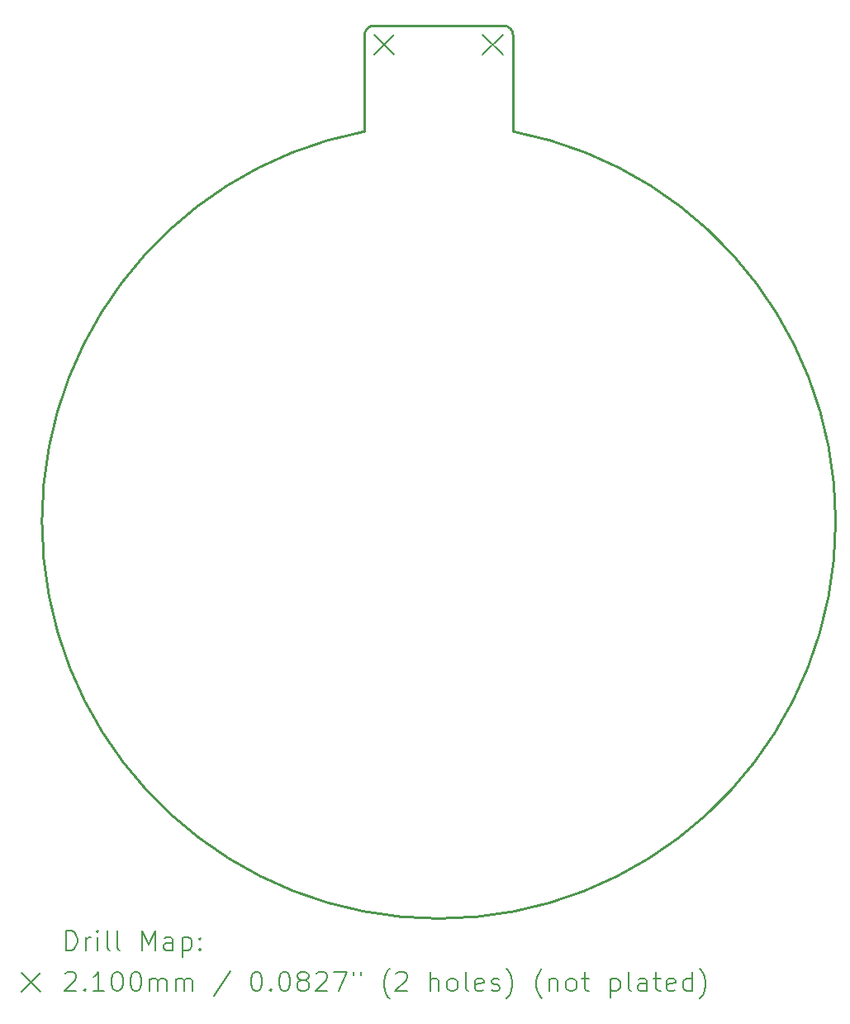
<source format=gbr>
%TF.GenerationSoftware,KiCad,Pcbnew,8.0.6*%
%TF.CreationDate,2024-11-26T17:38:30-05:00*%
%TF.ProjectId,Christmas Ornament 2024,43687269-7374-46d6-9173-204f726e616d,rev?*%
%TF.SameCoordinates,Original*%
%TF.FileFunction,Drillmap*%
%TF.FilePolarity,Positive*%
%FSLAX45Y45*%
G04 Gerber Fmt 4.5, Leading zero omitted, Abs format (unit mm)*
G04 Created by KiCad (PCBNEW 8.0.6) date 2024-11-26 17:38:30*
%MOMM*%
%LPD*%
G01*
G04 APERTURE LIST*
%ADD10C,0.254000*%
%ADD11C,0.200000*%
%ADD12C,0.210000*%
G04 APERTURE END LIST*
D10*
X13462129Y-5179871D02*
X13463405Y-6164848D01*
X13362129Y-5080000D02*
G75*
G02*
X13462130Y-5179871I1J-100000D01*
G01*
X11938000Y-5180000D02*
G75*
G02*
X12038000Y-5080000I100000J0D01*
G01*
X11938000Y-6164580D02*
X11938000Y-5180000D01*
X13463405Y-6164848D02*
G75*
G02*
X11938000Y-6164580I-763405J-3995152D01*
G01*
X12038000Y-5080000D02*
X13362129Y-5080000D01*
D11*
D12*
X12035000Y-5170000D02*
X12245000Y-5380000D01*
X12245000Y-5170000D02*
X12035000Y-5380000D01*
X13145000Y-5170000D02*
X13355000Y-5380000D01*
X13355000Y-5170000D02*
X13145000Y-5380000D01*
D11*
X8880642Y-14551618D02*
X8880642Y-14351618D01*
X8880642Y-14351618D02*
X8928261Y-14351618D01*
X8928261Y-14351618D02*
X8956833Y-14361142D01*
X8956833Y-14361142D02*
X8975880Y-14380190D01*
X8975880Y-14380190D02*
X8985404Y-14399237D01*
X8985404Y-14399237D02*
X8994928Y-14437332D01*
X8994928Y-14437332D02*
X8994928Y-14465904D01*
X8994928Y-14465904D02*
X8985404Y-14503999D01*
X8985404Y-14503999D02*
X8975880Y-14523047D01*
X8975880Y-14523047D02*
X8956833Y-14542094D01*
X8956833Y-14542094D02*
X8928261Y-14551618D01*
X8928261Y-14551618D02*
X8880642Y-14551618D01*
X9080642Y-14551618D02*
X9080642Y-14418285D01*
X9080642Y-14456380D02*
X9090166Y-14437332D01*
X9090166Y-14437332D02*
X9099690Y-14427809D01*
X9099690Y-14427809D02*
X9118737Y-14418285D01*
X9118737Y-14418285D02*
X9137785Y-14418285D01*
X9204452Y-14551618D02*
X9204452Y-14418285D01*
X9204452Y-14351618D02*
X9194928Y-14361142D01*
X9194928Y-14361142D02*
X9204452Y-14370666D01*
X9204452Y-14370666D02*
X9213976Y-14361142D01*
X9213976Y-14361142D02*
X9204452Y-14351618D01*
X9204452Y-14351618D02*
X9204452Y-14370666D01*
X9328261Y-14551618D02*
X9309214Y-14542094D01*
X9309214Y-14542094D02*
X9299690Y-14523047D01*
X9299690Y-14523047D02*
X9299690Y-14351618D01*
X9433023Y-14551618D02*
X9413976Y-14542094D01*
X9413976Y-14542094D02*
X9404452Y-14523047D01*
X9404452Y-14523047D02*
X9404452Y-14351618D01*
X9661595Y-14551618D02*
X9661595Y-14351618D01*
X9661595Y-14351618D02*
X9728261Y-14494475D01*
X9728261Y-14494475D02*
X9794928Y-14351618D01*
X9794928Y-14351618D02*
X9794928Y-14551618D01*
X9975880Y-14551618D02*
X9975880Y-14446856D01*
X9975880Y-14446856D02*
X9966357Y-14427809D01*
X9966357Y-14427809D02*
X9947309Y-14418285D01*
X9947309Y-14418285D02*
X9909214Y-14418285D01*
X9909214Y-14418285D02*
X9890166Y-14427809D01*
X9975880Y-14542094D02*
X9956833Y-14551618D01*
X9956833Y-14551618D02*
X9909214Y-14551618D01*
X9909214Y-14551618D02*
X9890166Y-14542094D01*
X9890166Y-14542094D02*
X9880642Y-14523047D01*
X9880642Y-14523047D02*
X9880642Y-14503999D01*
X9880642Y-14503999D02*
X9890166Y-14484951D01*
X9890166Y-14484951D02*
X9909214Y-14475428D01*
X9909214Y-14475428D02*
X9956833Y-14475428D01*
X9956833Y-14475428D02*
X9975880Y-14465904D01*
X10071118Y-14418285D02*
X10071118Y-14618285D01*
X10071118Y-14427809D02*
X10090166Y-14418285D01*
X10090166Y-14418285D02*
X10128261Y-14418285D01*
X10128261Y-14418285D02*
X10147309Y-14427809D01*
X10147309Y-14427809D02*
X10156833Y-14437332D01*
X10156833Y-14437332D02*
X10166357Y-14456380D01*
X10166357Y-14456380D02*
X10166357Y-14513523D01*
X10166357Y-14513523D02*
X10156833Y-14532570D01*
X10156833Y-14532570D02*
X10147309Y-14542094D01*
X10147309Y-14542094D02*
X10128261Y-14551618D01*
X10128261Y-14551618D02*
X10090166Y-14551618D01*
X10090166Y-14551618D02*
X10071118Y-14542094D01*
X10252071Y-14532570D02*
X10261595Y-14542094D01*
X10261595Y-14542094D02*
X10252071Y-14551618D01*
X10252071Y-14551618D02*
X10242547Y-14542094D01*
X10242547Y-14542094D02*
X10252071Y-14532570D01*
X10252071Y-14532570D02*
X10252071Y-14551618D01*
X10252071Y-14427809D02*
X10261595Y-14437332D01*
X10261595Y-14437332D02*
X10252071Y-14446856D01*
X10252071Y-14446856D02*
X10242547Y-14437332D01*
X10242547Y-14437332D02*
X10252071Y-14427809D01*
X10252071Y-14427809D02*
X10252071Y-14446856D01*
X8419865Y-14780134D02*
X8619865Y-14980134D01*
X8619865Y-14780134D02*
X8419865Y-14980134D01*
X8871118Y-14790666D02*
X8880642Y-14781142D01*
X8880642Y-14781142D02*
X8899690Y-14771618D01*
X8899690Y-14771618D02*
X8947309Y-14771618D01*
X8947309Y-14771618D02*
X8966357Y-14781142D01*
X8966357Y-14781142D02*
X8975880Y-14790666D01*
X8975880Y-14790666D02*
X8985404Y-14809713D01*
X8985404Y-14809713D02*
X8985404Y-14828761D01*
X8985404Y-14828761D02*
X8975880Y-14857332D01*
X8975880Y-14857332D02*
X8861595Y-14971618D01*
X8861595Y-14971618D02*
X8985404Y-14971618D01*
X9071118Y-14952570D02*
X9080642Y-14962094D01*
X9080642Y-14962094D02*
X9071118Y-14971618D01*
X9071118Y-14971618D02*
X9061595Y-14962094D01*
X9061595Y-14962094D02*
X9071118Y-14952570D01*
X9071118Y-14952570D02*
X9071118Y-14971618D01*
X9271118Y-14971618D02*
X9156833Y-14971618D01*
X9213976Y-14971618D02*
X9213976Y-14771618D01*
X9213976Y-14771618D02*
X9194928Y-14800190D01*
X9194928Y-14800190D02*
X9175880Y-14819237D01*
X9175880Y-14819237D02*
X9156833Y-14828761D01*
X9394928Y-14771618D02*
X9413976Y-14771618D01*
X9413976Y-14771618D02*
X9433023Y-14781142D01*
X9433023Y-14781142D02*
X9442547Y-14790666D01*
X9442547Y-14790666D02*
X9452071Y-14809713D01*
X9452071Y-14809713D02*
X9461595Y-14847809D01*
X9461595Y-14847809D02*
X9461595Y-14895428D01*
X9461595Y-14895428D02*
X9452071Y-14933523D01*
X9452071Y-14933523D02*
X9442547Y-14952570D01*
X9442547Y-14952570D02*
X9433023Y-14962094D01*
X9433023Y-14962094D02*
X9413976Y-14971618D01*
X9413976Y-14971618D02*
X9394928Y-14971618D01*
X9394928Y-14971618D02*
X9375880Y-14962094D01*
X9375880Y-14962094D02*
X9366357Y-14952570D01*
X9366357Y-14952570D02*
X9356833Y-14933523D01*
X9356833Y-14933523D02*
X9347309Y-14895428D01*
X9347309Y-14895428D02*
X9347309Y-14847809D01*
X9347309Y-14847809D02*
X9356833Y-14809713D01*
X9356833Y-14809713D02*
X9366357Y-14790666D01*
X9366357Y-14790666D02*
X9375880Y-14781142D01*
X9375880Y-14781142D02*
X9394928Y-14771618D01*
X9585404Y-14771618D02*
X9604452Y-14771618D01*
X9604452Y-14771618D02*
X9623499Y-14781142D01*
X9623499Y-14781142D02*
X9633023Y-14790666D01*
X9633023Y-14790666D02*
X9642547Y-14809713D01*
X9642547Y-14809713D02*
X9652071Y-14847809D01*
X9652071Y-14847809D02*
X9652071Y-14895428D01*
X9652071Y-14895428D02*
X9642547Y-14933523D01*
X9642547Y-14933523D02*
X9633023Y-14952570D01*
X9633023Y-14952570D02*
X9623499Y-14962094D01*
X9623499Y-14962094D02*
X9604452Y-14971618D01*
X9604452Y-14971618D02*
X9585404Y-14971618D01*
X9585404Y-14971618D02*
X9566357Y-14962094D01*
X9566357Y-14962094D02*
X9556833Y-14952570D01*
X9556833Y-14952570D02*
X9547309Y-14933523D01*
X9547309Y-14933523D02*
X9537785Y-14895428D01*
X9537785Y-14895428D02*
X9537785Y-14847809D01*
X9537785Y-14847809D02*
X9547309Y-14809713D01*
X9547309Y-14809713D02*
X9556833Y-14790666D01*
X9556833Y-14790666D02*
X9566357Y-14781142D01*
X9566357Y-14781142D02*
X9585404Y-14771618D01*
X9737785Y-14971618D02*
X9737785Y-14838285D01*
X9737785Y-14857332D02*
X9747309Y-14847809D01*
X9747309Y-14847809D02*
X9766357Y-14838285D01*
X9766357Y-14838285D02*
X9794928Y-14838285D01*
X9794928Y-14838285D02*
X9813976Y-14847809D01*
X9813976Y-14847809D02*
X9823499Y-14866856D01*
X9823499Y-14866856D02*
X9823499Y-14971618D01*
X9823499Y-14866856D02*
X9833023Y-14847809D01*
X9833023Y-14847809D02*
X9852071Y-14838285D01*
X9852071Y-14838285D02*
X9880642Y-14838285D01*
X9880642Y-14838285D02*
X9899690Y-14847809D01*
X9899690Y-14847809D02*
X9909214Y-14866856D01*
X9909214Y-14866856D02*
X9909214Y-14971618D01*
X10004452Y-14971618D02*
X10004452Y-14838285D01*
X10004452Y-14857332D02*
X10013976Y-14847809D01*
X10013976Y-14847809D02*
X10033023Y-14838285D01*
X10033023Y-14838285D02*
X10061595Y-14838285D01*
X10061595Y-14838285D02*
X10080642Y-14847809D01*
X10080642Y-14847809D02*
X10090166Y-14866856D01*
X10090166Y-14866856D02*
X10090166Y-14971618D01*
X10090166Y-14866856D02*
X10099690Y-14847809D01*
X10099690Y-14847809D02*
X10118738Y-14838285D01*
X10118738Y-14838285D02*
X10147309Y-14838285D01*
X10147309Y-14838285D02*
X10166357Y-14847809D01*
X10166357Y-14847809D02*
X10175880Y-14866856D01*
X10175880Y-14866856D02*
X10175880Y-14971618D01*
X10566357Y-14762094D02*
X10394928Y-15019237D01*
X10823500Y-14771618D02*
X10842547Y-14771618D01*
X10842547Y-14771618D02*
X10861595Y-14781142D01*
X10861595Y-14781142D02*
X10871119Y-14790666D01*
X10871119Y-14790666D02*
X10880642Y-14809713D01*
X10880642Y-14809713D02*
X10890166Y-14847809D01*
X10890166Y-14847809D02*
X10890166Y-14895428D01*
X10890166Y-14895428D02*
X10880642Y-14933523D01*
X10880642Y-14933523D02*
X10871119Y-14952570D01*
X10871119Y-14952570D02*
X10861595Y-14962094D01*
X10861595Y-14962094D02*
X10842547Y-14971618D01*
X10842547Y-14971618D02*
X10823500Y-14971618D01*
X10823500Y-14971618D02*
X10804452Y-14962094D01*
X10804452Y-14962094D02*
X10794928Y-14952570D01*
X10794928Y-14952570D02*
X10785404Y-14933523D01*
X10785404Y-14933523D02*
X10775881Y-14895428D01*
X10775881Y-14895428D02*
X10775881Y-14847809D01*
X10775881Y-14847809D02*
X10785404Y-14809713D01*
X10785404Y-14809713D02*
X10794928Y-14790666D01*
X10794928Y-14790666D02*
X10804452Y-14781142D01*
X10804452Y-14781142D02*
X10823500Y-14771618D01*
X10975881Y-14952570D02*
X10985404Y-14962094D01*
X10985404Y-14962094D02*
X10975881Y-14971618D01*
X10975881Y-14971618D02*
X10966357Y-14962094D01*
X10966357Y-14962094D02*
X10975881Y-14952570D01*
X10975881Y-14952570D02*
X10975881Y-14971618D01*
X11109214Y-14771618D02*
X11128262Y-14771618D01*
X11128262Y-14771618D02*
X11147309Y-14781142D01*
X11147309Y-14781142D02*
X11156833Y-14790666D01*
X11156833Y-14790666D02*
X11166357Y-14809713D01*
X11166357Y-14809713D02*
X11175881Y-14847809D01*
X11175881Y-14847809D02*
X11175881Y-14895428D01*
X11175881Y-14895428D02*
X11166357Y-14933523D01*
X11166357Y-14933523D02*
X11156833Y-14952570D01*
X11156833Y-14952570D02*
X11147309Y-14962094D01*
X11147309Y-14962094D02*
X11128262Y-14971618D01*
X11128262Y-14971618D02*
X11109214Y-14971618D01*
X11109214Y-14971618D02*
X11090166Y-14962094D01*
X11090166Y-14962094D02*
X11080642Y-14952570D01*
X11080642Y-14952570D02*
X11071119Y-14933523D01*
X11071119Y-14933523D02*
X11061595Y-14895428D01*
X11061595Y-14895428D02*
X11061595Y-14847809D01*
X11061595Y-14847809D02*
X11071119Y-14809713D01*
X11071119Y-14809713D02*
X11080642Y-14790666D01*
X11080642Y-14790666D02*
X11090166Y-14781142D01*
X11090166Y-14781142D02*
X11109214Y-14771618D01*
X11290166Y-14857332D02*
X11271119Y-14847809D01*
X11271119Y-14847809D02*
X11261595Y-14838285D01*
X11261595Y-14838285D02*
X11252071Y-14819237D01*
X11252071Y-14819237D02*
X11252071Y-14809713D01*
X11252071Y-14809713D02*
X11261595Y-14790666D01*
X11261595Y-14790666D02*
X11271119Y-14781142D01*
X11271119Y-14781142D02*
X11290166Y-14771618D01*
X11290166Y-14771618D02*
X11328261Y-14771618D01*
X11328261Y-14771618D02*
X11347309Y-14781142D01*
X11347309Y-14781142D02*
X11356833Y-14790666D01*
X11356833Y-14790666D02*
X11366357Y-14809713D01*
X11366357Y-14809713D02*
X11366357Y-14819237D01*
X11366357Y-14819237D02*
X11356833Y-14838285D01*
X11356833Y-14838285D02*
X11347309Y-14847809D01*
X11347309Y-14847809D02*
X11328261Y-14857332D01*
X11328261Y-14857332D02*
X11290166Y-14857332D01*
X11290166Y-14857332D02*
X11271119Y-14866856D01*
X11271119Y-14866856D02*
X11261595Y-14876380D01*
X11261595Y-14876380D02*
X11252071Y-14895428D01*
X11252071Y-14895428D02*
X11252071Y-14933523D01*
X11252071Y-14933523D02*
X11261595Y-14952570D01*
X11261595Y-14952570D02*
X11271119Y-14962094D01*
X11271119Y-14962094D02*
X11290166Y-14971618D01*
X11290166Y-14971618D02*
X11328261Y-14971618D01*
X11328261Y-14971618D02*
X11347309Y-14962094D01*
X11347309Y-14962094D02*
X11356833Y-14952570D01*
X11356833Y-14952570D02*
X11366357Y-14933523D01*
X11366357Y-14933523D02*
X11366357Y-14895428D01*
X11366357Y-14895428D02*
X11356833Y-14876380D01*
X11356833Y-14876380D02*
X11347309Y-14866856D01*
X11347309Y-14866856D02*
X11328261Y-14857332D01*
X11442547Y-14790666D02*
X11452071Y-14781142D01*
X11452071Y-14781142D02*
X11471119Y-14771618D01*
X11471119Y-14771618D02*
X11518738Y-14771618D01*
X11518738Y-14771618D02*
X11537785Y-14781142D01*
X11537785Y-14781142D02*
X11547309Y-14790666D01*
X11547309Y-14790666D02*
X11556833Y-14809713D01*
X11556833Y-14809713D02*
X11556833Y-14828761D01*
X11556833Y-14828761D02*
X11547309Y-14857332D01*
X11547309Y-14857332D02*
X11433023Y-14971618D01*
X11433023Y-14971618D02*
X11556833Y-14971618D01*
X11623500Y-14771618D02*
X11756833Y-14771618D01*
X11756833Y-14771618D02*
X11671119Y-14971618D01*
X11823500Y-14771618D02*
X11823500Y-14809713D01*
X11899690Y-14771618D02*
X11899690Y-14809713D01*
X12194928Y-15047809D02*
X12185404Y-15038285D01*
X12185404Y-15038285D02*
X12166357Y-15009713D01*
X12166357Y-15009713D02*
X12156833Y-14990666D01*
X12156833Y-14990666D02*
X12147309Y-14962094D01*
X12147309Y-14962094D02*
X12137785Y-14914475D01*
X12137785Y-14914475D02*
X12137785Y-14876380D01*
X12137785Y-14876380D02*
X12147309Y-14828761D01*
X12147309Y-14828761D02*
X12156833Y-14800190D01*
X12156833Y-14800190D02*
X12166357Y-14781142D01*
X12166357Y-14781142D02*
X12185404Y-14752570D01*
X12185404Y-14752570D02*
X12194928Y-14743047D01*
X12261595Y-14790666D02*
X12271119Y-14781142D01*
X12271119Y-14781142D02*
X12290166Y-14771618D01*
X12290166Y-14771618D02*
X12337785Y-14771618D01*
X12337785Y-14771618D02*
X12356833Y-14781142D01*
X12356833Y-14781142D02*
X12366357Y-14790666D01*
X12366357Y-14790666D02*
X12375881Y-14809713D01*
X12375881Y-14809713D02*
X12375881Y-14828761D01*
X12375881Y-14828761D02*
X12366357Y-14857332D01*
X12366357Y-14857332D02*
X12252071Y-14971618D01*
X12252071Y-14971618D02*
X12375881Y-14971618D01*
X12613976Y-14971618D02*
X12613976Y-14771618D01*
X12699690Y-14971618D02*
X12699690Y-14866856D01*
X12699690Y-14866856D02*
X12690166Y-14847809D01*
X12690166Y-14847809D02*
X12671119Y-14838285D01*
X12671119Y-14838285D02*
X12642547Y-14838285D01*
X12642547Y-14838285D02*
X12623500Y-14847809D01*
X12623500Y-14847809D02*
X12613976Y-14857332D01*
X12823500Y-14971618D02*
X12804452Y-14962094D01*
X12804452Y-14962094D02*
X12794928Y-14952570D01*
X12794928Y-14952570D02*
X12785404Y-14933523D01*
X12785404Y-14933523D02*
X12785404Y-14876380D01*
X12785404Y-14876380D02*
X12794928Y-14857332D01*
X12794928Y-14857332D02*
X12804452Y-14847809D01*
X12804452Y-14847809D02*
X12823500Y-14838285D01*
X12823500Y-14838285D02*
X12852071Y-14838285D01*
X12852071Y-14838285D02*
X12871119Y-14847809D01*
X12871119Y-14847809D02*
X12880643Y-14857332D01*
X12880643Y-14857332D02*
X12890166Y-14876380D01*
X12890166Y-14876380D02*
X12890166Y-14933523D01*
X12890166Y-14933523D02*
X12880643Y-14952570D01*
X12880643Y-14952570D02*
X12871119Y-14962094D01*
X12871119Y-14962094D02*
X12852071Y-14971618D01*
X12852071Y-14971618D02*
X12823500Y-14971618D01*
X13004452Y-14971618D02*
X12985404Y-14962094D01*
X12985404Y-14962094D02*
X12975881Y-14943047D01*
X12975881Y-14943047D02*
X12975881Y-14771618D01*
X13156833Y-14962094D02*
X13137785Y-14971618D01*
X13137785Y-14971618D02*
X13099690Y-14971618D01*
X13099690Y-14971618D02*
X13080643Y-14962094D01*
X13080643Y-14962094D02*
X13071119Y-14943047D01*
X13071119Y-14943047D02*
X13071119Y-14866856D01*
X13071119Y-14866856D02*
X13080643Y-14847809D01*
X13080643Y-14847809D02*
X13099690Y-14838285D01*
X13099690Y-14838285D02*
X13137785Y-14838285D01*
X13137785Y-14838285D02*
X13156833Y-14847809D01*
X13156833Y-14847809D02*
X13166357Y-14866856D01*
X13166357Y-14866856D02*
X13166357Y-14885904D01*
X13166357Y-14885904D02*
X13071119Y-14904951D01*
X13242547Y-14962094D02*
X13261595Y-14971618D01*
X13261595Y-14971618D02*
X13299690Y-14971618D01*
X13299690Y-14971618D02*
X13318738Y-14962094D01*
X13318738Y-14962094D02*
X13328262Y-14943047D01*
X13328262Y-14943047D02*
X13328262Y-14933523D01*
X13328262Y-14933523D02*
X13318738Y-14914475D01*
X13318738Y-14914475D02*
X13299690Y-14904951D01*
X13299690Y-14904951D02*
X13271119Y-14904951D01*
X13271119Y-14904951D02*
X13252071Y-14895428D01*
X13252071Y-14895428D02*
X13242547Y-14876380D01*
X13242547Y-14876380D02*
X13242547Y-14866856D01*
X13242547Y-14866856D02*
X13252071Y-14847809D01*
X13252071Y-14847809D02*
X13271119Y-14838285D01*
X13271119Y-14838285D02*
X13299690Y-14838285D01*
X13299690Y-14838285D02*
X13318738Y-14847809D01*
X13394928Y-15047809D02*
X13404452Y-15038285D01*
X13404452Y-15038285D02*
X13423500Y-15009713D01*
X13423500Y-15009713D02*
X13433024Y-14990666D01*
X13433024Y-14990666D02*
X13442547Y-14962094D01*
X13442547Y-14962094D02*
X13452071Y-14914475D01*
X13452071Y-14914475D02*
X13452071Y-14876380D01*
X13452071Y-14876380D02*
X13442547Y-14828761D01*
X13442547Y-14828761D02*
X13433024Y-14800190D01*
X13433024Y-14800190D02*
X13423500Y-14781142D01*
X13423500Y-14781142D02*
X13404452Y-14752570D01*
X13404452Y-14752570D02*
X13394928Y-14743047D01*
X13756833Y-15047809D02*
X13747309Y-15038285D01*
X13747309Y-15038285D02*
X13728262Y-15009713D01*
X13728262Y-15009713D02*
X13718738Y-14990666D01*
X13718738Y-14990666D02*
X13709214Y-14962094D01*
X13709214Y-14962094D02*
X13699690Y-14914475D01*
X13699690Y-14914475D02*
X13699690Y-14876380D01*
X13699690Y-14876380D02*
X13709214Y-14828761D01*
X13709214Y-14828761D02*
X13718738Y-14800190D01*
X13718738Y-14800190D02*
X13728262Y-14781142D01*
X13728262Y-14781142D02*
X13747309Y-14752570D01*
X13747309Y-14752570D02*
X13756833Y-14743047D01*
X13833024Y-14838285D02*
X13833024Y-14971618D01*
X13833024Y-14857332D02*
X13842547Y-14847809D01*
X13842547Y-14847809D02*
X13861595Y-14838285D01*
X13861595Y-14838285D02*
X13890166Y-14838285D01*
X13890166Y-14838285D02*
X13909214Y-14847809D01*
X13909214Y-14847809D02*
X13918738Y-14866856D01*
X13918738Y-14866856D02*
X13918738Y-14971618D01*
X14042547Y-14971618D02*
X14023500Y-14962094D01*
X14023500Y-14962094D02*
X14013976Y-14952570D01*
X14013976Y-14952570D02*
X14004452Y-14933523D01*
X14004452Y-14933523D02*
X14004452Y-14876380D01*
X14004452Y-14876380D02*
X14013976Y-14857332D01*
X14013976Y-14857332D02*
X14023500Y-14847809D01*
X14023500Y-14847809D02*
X14042547Y-14838285D01*
X14042547Y-14838285D02*
X14071119Y-14838285D01*
X14071119Y-14838285D02*
X14090166Y-14847809D01*
X14090166Y-14847809D02*
X14099690Y-14857332D01*
X14099690Y-14857332D02*
X14109214Y-14876380D01*
X14109214Y-14876380D02*
X14109214Y-14933523D01*
X14109214Y-14933523D02*
X14099690Y-14952570D01*
X14099690Y-14952570D02*
X14090166Y-14962094D01*
X14090166Y-14962094D02*
X14071119Y-14971618D01*
X14071119Y-14971618D02*
X14042547Y-14971618D01*
X14166357Y-14838285D02*
X14242547Y-14838285D01*
X14194928Y-14771618D02*
X14194928Y-14943047D01*
X14194928Y-14943047D02*
X14204452Y-14962094D01*
X14204452Y-14962094D02*
X14223500Y-14971618D01*
X14223500Y-14971618D02*
X14242547Y-14971618D01*
X14461595Y-14838285D02*
X14461595Y-15038285D01*
X14461595Y-14847809D02*
X14480643Y-14838285D01*
X14480643Y-14838285D02*
X14518738Y-14838285D01*
X14518738Y-14838285D02*
X14537786Y-14847809D01*
X14537786Y-14847809D02*
X14547309Y-14857332D01*
X14547309Y-14857332D02*
X14556833Y-14876380D01*
X14556833Y-14876380D02*
X14556833Y-14933523D01*
X14556833Y-14933523D02*
X14547309Y-14952570D01*
X14547309Y-14952570D02*
X14537786Y-14962094D01*
X14537786Y-14962094D02*
X14518738Y-14971618D01*
X14518738Y-14971618D02*
X14480643Y-14971618D01*
X14480643Y-14971618D02*
X14461595Y-14962094D01*
X14671119Y-14971618D02*
X14652071Y-14962094D01*
X14652071Y-14962094D02*
X14642547Y-14943047D01*
X14642547Y-14943047D02*
X14642547Y-14771618D01*
X14833024Y-14971618D02*
X14833024Y-14866856D01*
X14833024Y-14866856D02*
X14823500Y-14847809D01*
X14823500Y-14847809D02*
X14804452Y-14838285D01*
X14804452Y-14838285D02*
X14766357Y-14838285D01*
X14766357Y-14838285D02*
X14747309Y-14847809D01*
X14833024Y-14962094D02*
X14813976Y-14971618D01*
X14813976Y-14971618D02*
X14766357Y-14971618D01*
X14766357Y-14971618D02*
X14747309Y-14962094D01*
X14747309Y-14962094D02*
X14737786Y-14943047D01*
X14737786Y-14943047D02*
X14737786Y-14923999D01*
X14737786Y-14923999D02*
X14747309Y-14904951D01*
X14747309Y-14904951D02*
X14766357Y-14895428D01*
X14766357Y-14895428D02*
X14813976Y-14895428D01*
X14813976Y-14895428D02*
X14833024Y-14885904D01*
X14899690Y-14838285D02*
X14975881Y-14838285D01*
X14928262Y-14771618D02*
X14928262Y-14943047D01*
X14928262Y-14943047D02*
X14937786Y-14962094D01*
X14937786Y-14962094D02*
X14956833Y-14971618D01*
X14956833Y-14971618D02*
X14975881Y-14971618D01*
X15118738Y-14962094D02*
X15099690Y-14971618D01*
X15099690Y-14971618D02*
X15061595Y-14971618D01*
X15061595Y-14971618D02*
X15042547Y-14962094D01*
X15042547Y-14962094D02*
X15033024Y-14943047D01*
X15033024Y-14943047D02*
X15033024Y-14866856D01*
X15033024Y-14866856D02*
X15042547Y-14847809D01*
X15042547Y-14847809D02*
X15061595Y-14838285D01*
X15061595Y-14838285D02*
X15099690Y-14838285D01*
X15099690Y-14838285D02*
X15118738Y-14847809D01*
X15118738Y-14847809D02*
X15128262Y-14866856D01*
X15128262Y-14866856D02*
X15128262Y-14885904D01*
X15128262Y-14885904D02*
X15033024Y-14904951D01*
X15299690Y-14971618D02*
X15299690Y-14771618D01*
X15299690Y-14962094D02*
X15280643Y-14971618D01*
X15280643Y-14971618D02*
X15242547Y-14971618D01*
X15242547Y-14971618D02*
X15223500Y-14962094D01*
X15223500Y-14962094D02*
X15213976Y-14952570D01*
X15213976Y-14952570D02*
X15204452Y-14933523D01*
X15204452Y-14933523D02*
X15204452Y-14876380D01*
X15204452Y-14876380D02*
X15213976Y-14857332D01*
X15213976Y-14857332D02*
X15223500Y-14847809D01*
X15223500Y-14847809D02*
X15242547Y-14838285D01*
X15242547Y-14838285D02*
X15280643Y-14838285D01*
X15280643Y-14838285D02*
X15299690Y-14847809D01*
X15375881Y-15047809D02*
X15385405Y-15038285D01*
X15385405Y-15038285D02*
X15404452Y-15009713D01*
X15404452Y-15009713D02*
X15413976Y-14990666D01*
X15413976Y-14990666D02*
X15423500Y-14962094D01*
X15423500Y-14962094D02*
X15433024Y-14914475D01*
X15433024Y-14914475D02*
X15433024Y-14876380D01*
X15433024Y-14876380D02*
X15423500Y-14828761D01*
X15423500Y-14828761D02*
X15413976Y-14800190D01*
X15413976Y-14800190D02*
X15404452Y-14781142D01*
X15404452Y-14781142D02*
X15385405Y-14752570D01*
X15385405Y-14752570D02*
X15375881Y-14743047D01*
M02*

</source>
